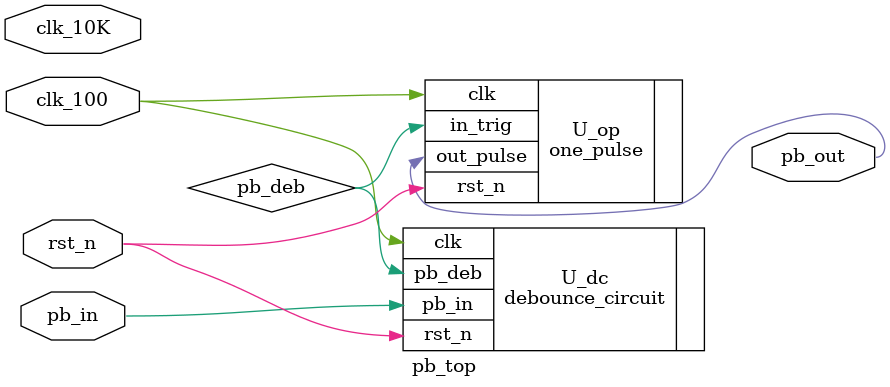
<source format=v>
module pb_top(
    clk_100,
    clk_10K,
    rst_n, //active low rst_n
    pb_in, //push button input
    pb_out
);
input clk_100;
input clk_10K;
input rst_n; //active low rst_n
input pb_in; //push button input
output pb_out;
// Declare internal nodes
wire pb_deb; // push button debounced out

// debounce circuit
debounce_circuit U_dc(
    .clk(clk_100), // clock control
    .rst_n(rst_n), // rst_n
    .pb_in(pb_in), //push button input
    .pb_deb(pb_deb) // debounced push button out
);
   // 1 pulse generation circuit
one_pulse U_op(
   .clk(clk_100), // clock input
   .rst_n(rst_n), //active low rst_n
   .in_trig(pb_deb), // input trigger
   .out_pulse(pb_out) // output one pulse
);
endmodule
</source>
